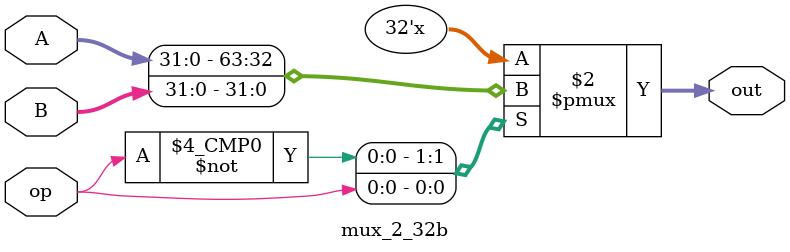
<source format=v>
`timescale 1ns / 1ps
module mux_2_32b(
	input op,
	input [31:0] A, B,	
	output reg [31:0] out
);
	always@(*)
	begin
		case(op)
			0:out<=A;
			1:out<=B;
		endcase
	end
endmodule
</source>
